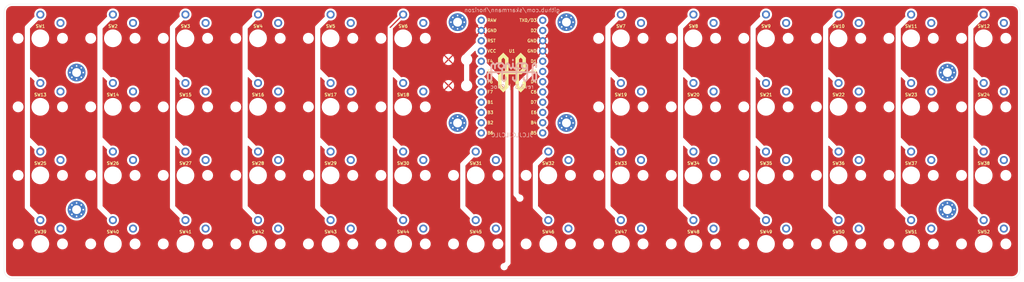
<source format=kicad_pcb>
(kicad_pcb (version 20211014) (generator pcbnew)
  (title_block (title "Horizon Choc") (date "2022-03-21") (rev "2.3") (company "skarrmann"))
  (layers (0 "F.Cu" signal) (31 "B.Cu" signal) (34 "B.Paste" user) (35 "F.Paste" user) (36 "B.SilkS" user "B.Silkscreen") (37 "F.SilkS" user "F.Silkscreen") (38 "B.Mask" user) (39 "F.Mask" user) (44 "Edge.Cuts" user))
  (net 0 "")
  (net 1 "Net-(D1-Pad2)")
  (net 2 "Net-(D2-Pad2)")
  (net 3 "Net-(D3-Pad2)")
  (net 4 "Net-(D4-Pad2)")
  (net 5 "Net-(D5-Pad2)")
  (net 6 "Net-(D6-Pad2)")
  (net 7 "Net-(D7-Pad2)")
  (net 8 "Net-(D8-Pad2)")
  (net 9 "Net-(D9-Pad2)")
  (net 10 "Net-(D10-Pad2)")
  (net 11 "Net-(D11-Pad2)")
  (net 12 "Net-(D12-Pad2)")
  (net 13 "Net-(D13-Pad2)")
  (net 14 "Net-(D14-Pad2)")
  (net 15 "Net-(D15-Pad2)")
  (net 16 "Net-(D16-Pad2)")
  (net 17 "Net-(D17-Pad2)")
  (net 18 "Net-(D18-Pad2)")
  (net 19 "Net-(D19-Pad2)")
  (net 20 "Net-(D20-Pad2)")
  (net 21 "Net-(D21-Pad2)")
  (net 22 "Net-(D22-Pad2)")
  (net 23 "Net-(D23-Pad2)")
  (net 24 "Net-(D24-Pad2)")
  (net 25 "Net-(D25-Pad2)")
  (net 26 "Net-(D26-Pad2)")
  (net 27 "Net-(D27-Pad2)")
  (net 28 "Net-(D28-Pad2)")
  (net 29 "Net-(D29-Pad2)")
  (net 30 "Net-(D30-Pad2)")
  (net 31 "Net-(D31-Pad2)")
  (net 32 "Net-(D32-Pad2)")
  (net 33 "Net-(D33-Pad2)")
  (net 34 "Net-(D34-Pad2)")
  (net 35 "Net-(D35-Pad2)")
  (net 36 "Net-(D36-Pad2)")
  (net 37 "Net-(D37-Pad2)")
  (net 38 "Net-(D38-Pad2)")
  (net 39 "Net-(D39-Pad2)")
  (net 40 "Net-(D40-Pad2)")
  (net 41 "Net-(D41-Pad2)")
  (net 42 "Net-(D42-Pad2)")
  (net 43 "GND")
  (net 44 "COL1")
  (net 45 "COL2")
  (net 46 "COL3")
  (net 47 "COL4")
  (net 48 "COL5")
  (net 49 "COL6")
  (net 50 "ROW1")
  (net 51 "ROW2")
  (net 52 "ROW3")
  (net 53 "ROW4")
  (net 54 "Net-(H1-Pad1)")
  (net 55 "Net-(H2-Pad1)")
  (net 56 "Net-(H3-Pad1)")
  (net 57 "Net-(H4-Pad1)")
  (net 58 "Net-(D43-Pad2)")
  (net 59 "Net-(D44-Pad2)")
  (net 60 "Net-(D45-Pad2)")
  (net 61 "Net-(D46-Pad2)")
  (net 62 "Net-(D47-Pad2)")
  (net 63 "Net-(D48-Pad2)")
  (net 64 "Net-(D49-Pad2)")
  (net 65 "Net-(D50-Pad2)")
  (net 66 "COL9")
  (net 67 "COL10")
  (net 68 "COL11")
  (net 69 "COL12")
  (net 70 "COL13")
  (net 71 "COL14")
  (net 72 "COL7")
  (net 73 "COL8")
  (net 74 "Net-(H5-Pad1)")
  (net 75 "Net-(H6-Pad1)")
  (net 76 "Net-(H7-Pad1)")
  (net 77 "Net-(H8-Pad1)")
  (net 78 "RESET")
  (net 79 "Net-(D51-Pad2)")
  (net 80 "Net-(D52-Pad2)")
  (footprint "horizon-footprints:SW_Choc" (layer "F.Cu") (at 31 79.5)
    (fp_text reference "SW1")
    (fp_text value "SW_Push")
  )
  (footprint "horizon-footprints:SW_Choc" (layer "F.Cu") (at 31 96.5)
    (fp_text reference "SW13")
    (fp_text value "SW_Push")
  )
  (footprint "horizon-footprints:SW_Choc" (layer "F.Cu") (at 31 113.5)
    (fp_text reference "SW25")
    (fp_text value "SW_Push")
  )
  (footprint "horizon-footprints:SW_Choc" (layer "F.Cu") (at 31 130.5)
    (fp_text reference "SW39")
    (fp_text value "SW_Push")
  )
  (footprint "horizon-footprints:Mount_M2" (layer "F.Cu") (at 256 122)
    (fp_text reference "H4" hide)
    (fp_text value "Hole_Pad" hide)
  )
  (footprint "horizon-footprints:Mount_M2" (layer "F.Cu") (at 256 88)
    (fp_text reference "H2" hide)
    (fp_text value "Hole_Pad" hide)
  )
  (footprint "horizon-footprints:Mount_M2" (layer "F.Cu") (at 40 88)
    (fp_text reference "H1" hide)
    (fp_text value "Hole_Pad" hide)
  )
  (footprint "horizon-footprints:Mount_M2" (layer "F.Cu") (at 40 122)
    (fp_text reference "H3" hide)
    (fp_text value "Hole_Pad" hide)
  )
  (footprint "horizon-footprints:Pro-Micro" (layer "F.Cu") (at 148 71)
    (fp_text reference "U1")
    (fp_text value "PRO-MICRO" hide)
  )
  (footprint "horizon-footprints:SW_Choc" (layer "F.Cu") (at 49 79.5)
    (fp_text reference "SW2")
    (fp_text value "SW_Push")
  )
  (footprint "horizon-footprints:SW_Choc" (layer "F.Cu") (at 67 79.5)
    (fp_text reference "SW3")
    (fp_text value "SW_Push")
  )
  (footprint "horizon-footprints:SW_Choc" (layer "F.Cu") (at 85 79.5)
    (fp_text reference "SW4")
    (fp_text value "SW_Push")
  )
  (footprint "horizon-footprints:SW_Choc" (layer "F.Cu") (at 103 79.5)
    (fp_text reference "SW5")
    (fp_text value "SW_Push")
  )
  (footprint "horizon-footprints:SW_Choc" (layer "F.Cu") (at 121 79.5)
    (fp_text reference "SW6")
    (fp_text value "SW_Push")
  )
  (footprint "horizon-footprints:SW_Choc" (layer "F.Cu") (at 175 79.5)
    (fp_text reference "SW7")
    (fp_text value "SW_Push")
  )
  (footprint "horizon-footprints:SW_Choc" (layer "F.Cu") (at 193 79.5)
    (fp_text reference "SW8")
    (fp_text value "SW_Push")
  )
  (footprint "horizon-footprints:SW_Choc" (layer "F.Cu") (at 211 79.5)
    (fp_text reference "SW9")
    (fp_text value "SW_Push")
  )
  (footprint "horizon-footprints:SW_Choc" (layer "F.Cu") (at 229 79.5)
    (fp_text reference "SW10")
    (fp_text value "SW_Push")
  )
  (footprint "horizon-footprints:SW_Choc" (layer "F.Cu") (at 247 79.5)
    (fp_text reference "SW11")
    (fp_text value "SW_Push")
  )
  (footprint "horizon-footprints:SW_Choc" (layer "F.Cu") (at 265 79.5)
    (fp_text reference "SW12")
    (fp_text value "SW_Push")
  )
  (footprint "horizon-footprints:SW_Choc" (layer "F.Cu") (at 49 96.5)
    (fp_text reference "SW14")
    (fp_text value "SW_Push")
  )
  (footprint "horizon-footprints:SW_Choc" (layer "F.Cu") (at 67 96.5)
    (fp_text reference "SW15")
    (fp_text value "SW_Push")
  )
  (footprint "horizon-footprints:SW_Choc" (layer "F.Cu") (at 85 96.5)
    (fp_text reference "SW16")
    (fp_text value "SW_Push")
  )
  (footprint "horizon-footprints:SW_Choc" (layer "F.Cu") (at 103 96.5)
    (fp_text reference "SW17")
    (fp_text value "SW_Push")
  )
  (footprint "horizon-footprints:SW_Choc" (layer "F.Cu") (at 121 96.5)
    (fp_text reference "SW18")
    (fp_text value "SW_Push")
  )
  (footprint "horizon-footprints:SW_Choc" (layer "F.Cu") (at 175 96.5)
    (fp_text reference "SW19")
    (fp_text value "SW_Push")
  )
  (footprint "horizon-footprints:SW_Choc" (layer "F.Cu") (at 193 96.5)
    (fp_text reference "SW20")
    (fp_text value "SW_Push")
  )
  (footprint "horizon-footprints:SW_Choc" (layer "F.Cu") (at 211 96.5)
    (fp_text reference "SW21")
    (fp_text value "SW_Push")
  )
  (footprint "horizon-footprints:SW_Choc" (layer "F.Cu") (at 229 96.5)
    (fp_text reference "SW22")
    (fp_text value "SW_Push")
  )
  (footprint "horizon-footprints:SW_Choc" (layer "F.Cu") (at 247 96.5)
    (fp_text reference "SW23")
    (fp_text value "SW_Push")
  )
  (footprint "horizon-footprints:SW_Choc" (layer "F.Cu") (at 265 96.5)
    (fp_text reference "SW24")
    (fp_text value "SW_Push")
  )
  (footprint "horizon-footprints:SW_Choc" (layer "F.Cu") (at 49 113.5)
    (fp_text reference "SW26")
    (fp_text value "SW_Push")
  )
  (footprint "horizon-footprints:SW_Choc" (layer "F.Cu") (at 67 113.5)
    (fp_text reference "SW27")
    (fp_text value "SW_Push")
  )
  (footprint "horizon-footprints:SW_Choc" (layer "F.Cu") (at 85 113.5)
    (fp_text reference "SW28")
    (fp_text value "SW_Push")
  )
  (footprint "horizon-footprints:SW_Choc" (layer "F.Cu") (at 103 113.5)
    (fp_text reference "SW29")
    (fp_text value "SW_Push")
  )
  (footprint "horizon-footprints:SW_Choc" (layer "F.Cu") (at 121 113.5)
    (fp_text reference "SW30")
    (fp_text value "SW_Push")
  )
  (footprint "horizon-footprints:SW_Choc" (layer "F.Cu") (at 175 113.5)
    (fp_text reference "SW33")
    (fp_text value "SW_Push")
  )
  (footprint "horizon-footprints:SW_Choc" (layer "F.Cu") (at 193 113.5)
    (fp_text reference "SW34")
    (fp_text value "SW_Push")
  )
  (footprint "horizon-footprints:SW_Choc" (layer "F.Cu") (at 211 113.5)
    (fp_text reference "SW35")
    (fp_text value "SW_Push")
  )
  (footprint "horizon-footprints:SW_Choc" (layer "F.Cu") (at 229 113.5)
    (fp_text reference "SW36")
    (fp_text value "SW_Push")
  )
  (footprint "horizon-footprints:SW_Choc" (layer "F.Cu") (at 247 113.5)
    (fp_text reference "SW37")
    (fp_text value "SW_Push")
  )
  (footprint "horizon-footprints:SW_Choc" (layer "F.Cu") (at 265 113.5)
    (fp_text reference "SW38")
    (fp_text value "SW_Push")
  )
  (footprint "horizon-footprints:SW_Choc" (layer "F.Cu") (at 49 130.5)
    (fp_text reference "SW40")
    (fp_text value "SW_Push")
  )
  (footprint "horizon-footprints:SW_Choc" (layer "F.Cu") (at 67 130.5)
    (fp_text reference "SW41")
    (fp_text value "SW_Push")
  )
  (footprint "horizon-footprints:SW_Choc" (layer "F.Cu") (at 85 130.5)
    (fp_text reference "SW42")
    (fp_text value "SW_Push")
  )
  (footprint "horizon-footprints:SW_Choc" (layer "F.Cu") (at 103 130.5)
    (fp_text reference "SW43")
    (fp_text value "SW_Push")
  )
  (footprint "horizon-footprints:SW_Choc" (layer "F.Cu") (at 121 130.5)
    (fp_text reference "SW44")
    (fp_text value "SW_Push")
  )
  (footprint "horizon-footprints:SW_Choc" (layer "F.Cu") (at 139 130.5)
    (fp_text reference "SW45")
    (fp_text value "SW_Push")
  )
  (footprint "horizon-footprints:SW_Choc" (layer "F.Cu") (at 157 130.5)
    (fp_text reference "SW46")
    (fp_text value "SW_Push")
  )
  (footprint "horizon-footprints:SW_Choc" (layer "F.Cu") (at 175 130.5)
    (fp_text reference "SW47")
    (fp_text value "SW_Push")
  )
  (footprint "horizon-footprints:SW_Choc" (layer "F.Cu") (at 193 130.5)
    (fp_text reference "SW48")
    (fp_text value "SW_Push")
  )
  (footprint "horizon-footprints:SW_Choc" (layer "F.Cu") (at 211 130.5)
    (fp_text reference "SW49")
    (fp_text value "SW_Push")
  )
  (footprint "horizon-footprints:SW_Choc" (layer "F.Cu") (at 229 130.5)
    (fp_text reference "SW50")
    (fp_text value "SW_Push")
  )
  (footprint "horizon-footprints:SW_Choc" (layer "F.Cu") (at 247 130.5)
    (fp_text reference "SW51")
    (fp_text value "SW_Push")
  )
  (footprint "horizon-footprints:SW_Choc" (layer "F.Cu") (at 265 130.5)
    (fp_text reference "SW52")
    (fp_text value "SW_Push")
  )
  (footprint "horizon-footprints:SW_Choc" (layer "F.Cu") (at 139 113.5)
    (fp_text reference "SW31")
    (fp_text value "SW_Push")
  )
  (footprint "horizon-footprints:SW_Choc" (layer "F.Cu") (at 157 113.5)
    (fp_text reference "SW32")
    (fp_text value "SW_Push")
  )
  (footprint "horizon-footprints:Mount_M2" (layer "F.Cu") (at 134.5 75.5)
    (fp_text reference "H5" hide)
    (fp_text value "Hole_Pad" hide)
  )
  (footprint "horizon-footprints:Mount_M2" (layer "F.Cu") (at 161.5 75.5)
    (fp_text reference "H6" hide)
    (fp_text value "Hole_Pad" hide)
  )
  (footprint "horizon-footprints:Mount_M2" (layer "F.Cu") (at 134.5 100.5)
    (fp_text reference "H7" hide)
    (fp_text value "Hole_Pad" hide)
  )
  (footprint "horizon-footprints:Mount_M2" (layer "F.Cu") (at 161.5 100.5)
    (fp_text reference "H8" hide)
    (fp_text value "Hole_Pad" hide)
  )
  (footprint "horizon-footprints:Logo_Horizon_H" (layer "F.Cu") (at 148 88)
    (fp_text reference "LOGO2" hide)
    (fp_text value "Logo-Top" hide)
  )
  (footprint "horizon-footprints:Logo_Horizon_Small" (layer "B.Cu") (at 148 87.5 180)
    (fp_text reference "LOGO1" hide)
    (fp_text value "Logo-Bottom" hide)
  )
  (gr_line (start 22 137) (end 22 73) (layer "Edge.Cuts") (width 0.05))
  (gr_line (start 24 139) (end 272 139) (layer "Edge.Cuts") (width 0.05))
  (gr_arc (start 274 137) (mid 273.414214 138.414214) (end 272 139) (layer "Edge.Cuts") (width 0.05))
  (gr_arc (start 22 73) (mid 22.585786 71.585786) (end 24 71) (layer "Edge.Cuts") (width 0.05))
  (gr_line (start 24 71) (end 272 71) (layer "Edge.Cuts") (width 0.05))
  (gr_line (start 274 73) (end 274 137) (layer "Edge.Cuts") (width 0.05))
  (gr_arc (start 24 139) (mid 22.585786 138.414214) (end 22 137) (layer "Edge.Cuts") (width 0.05))
  (gr_arc (start 272 71) (mid 273.414214 71.585786) (end 274 73) (layer "Edge.Cuts") (width 0.05))
  (gr_text "JLCJLCJLCJLC" (at 148 103.5) (layer "B.SilkS") (effects (font (size 1 1)) (justify mirror)))
  (gr_text "rev2.3 | Choc" (at 148 91.5) (layer "B.SilkS") (effects (font (size 1 1)) (justify mirror)))
  (gr_text "github.com/skarrmann/horizon" (at 148 72.5) (layer "B.SilkS") (effects (font (size 1 1)) (justify mirror)))
  (segment (start 121 73.6) (end 117.8 76.8) (width 0.3) (layer "F.Cu") (net 49))
  (zone (net 43) (net_name "GND") (layer "F.Cu") (connect_pads (clearance 0.5)) (min_thickness 0.25) (fill yes (thermal_gap 0.5) (thermal_bridge_width 0.3))
    (polygon (pts (xy 21 70) (xy 21 140) (xy 275 140) (xy 275 70)))
  )
)
</source>
